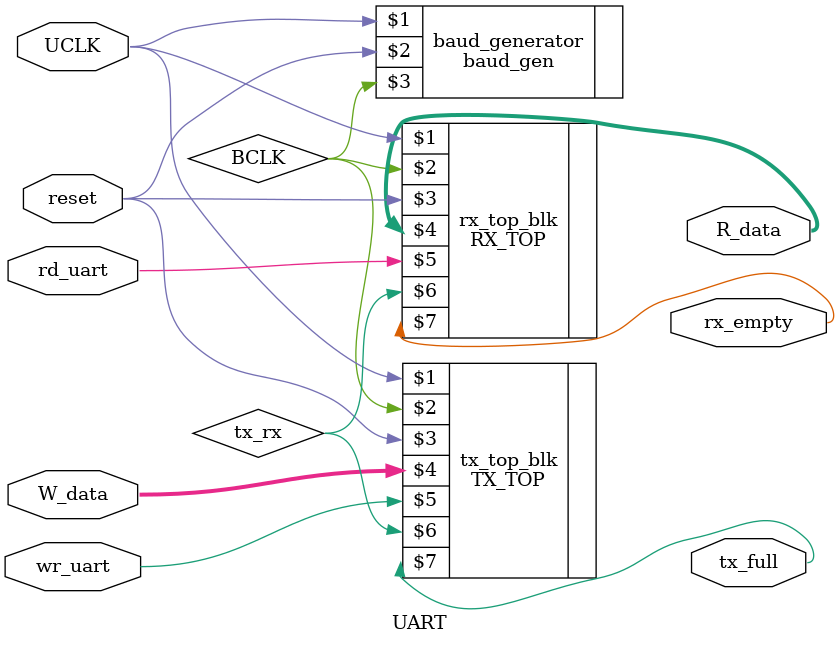
<source format=v>
module UART(UCLK,reset,W_data,wr_uart,tx_full,R_data,rd_uart,rx_empty);
parameter OVERSAMPLE=16;
parameter DATA_WIDTH=8;
parameter DATA_BITS=$clog2(DATA_WIDTH);

input UCLK,reset;
input [DATA_WIDTH-1:0] W_data;
input wr_uart;
input rd_uart;

output rx_empty;
output [DATA_WIDTH-1:0] R_data;
output tx_full;

wire tx_rx;
wire BCLK;

baud_gen baud_generator(UCLK,reset,BCLK);

TX_TOP tx_top_blk(UCLK,BCLK,reset,W_data,wr_uart,tx_rx,tx_full);
RX_TOP rx_top_blk(UCLK,BCLK,reset,R_data,rd_uart,tx_rx,rx_empty);
endmodule 

</source>
